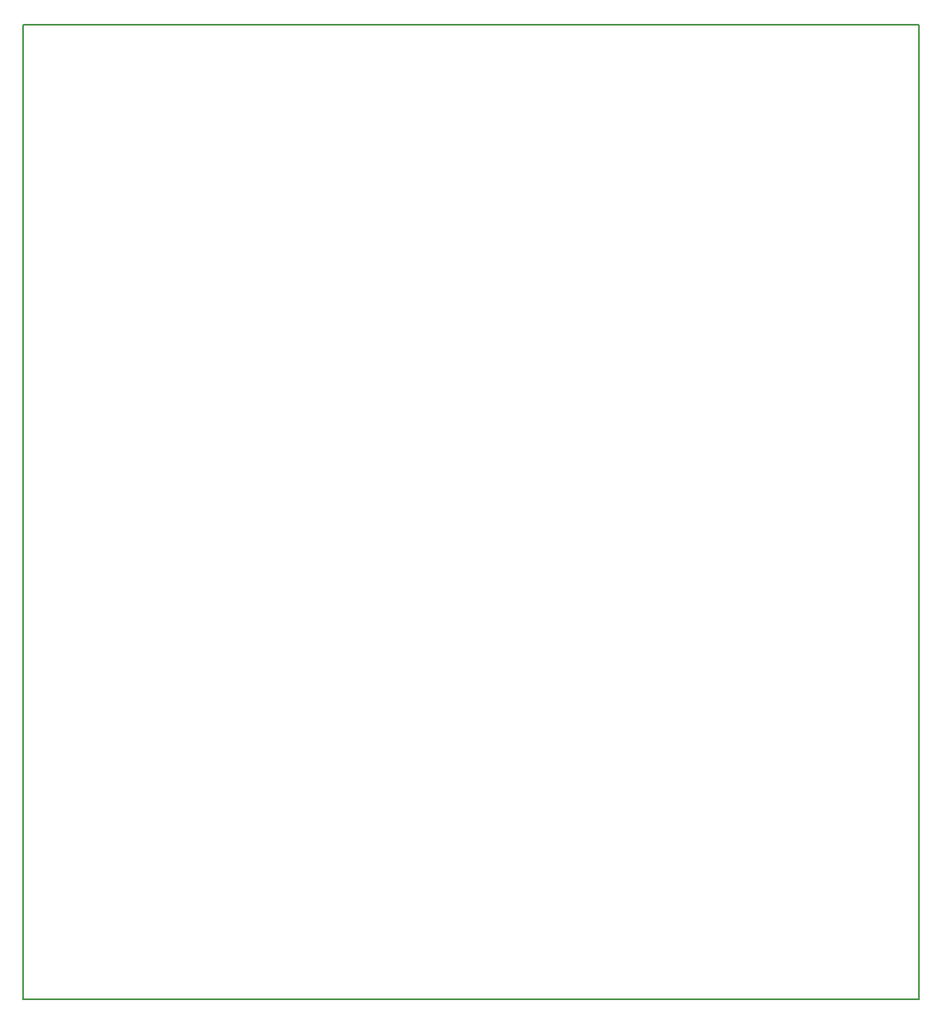
<source format=gbr>
G04 #@! TF.GenerationSoftware,KiCad,Pcbnew,5.0.2-bee76a0~70~ubuntu18.04.1*
G04 #@! TF.CreationDate,2019-12-02T21:24:14-05:00*
G04 #@! TF.ProjectId,control,636f6e74-726f-46c2-9e6b-696361645f70,rev?*
G04 #@! TF.SameCoordinates,Original*
G04 #@! TF.FileFunction,Profile,NP*
%FSLAX46Y46*%
G04 Gerber Fmt 4.6, Leading zero omitted, Abs format (unit mm)*
G04 Created by KiCad (PCBNEW 5.0.2-bee76a0~70~ubuntu18.04.1) date Mon 02 Dec 2019 09:24:14 PM EST*
%MOMM*%
%LPD*%
G01*
G04 APERTURE LIST*
%ADD10C,0.150000*%
G04 APERTURE END LIST*
D10*
X92000000Y0D02*
X0Y0D01*
X92000000Y-100000000D02*
X92000000Y0D01*
X0Y-100000000D02*
X92000000Y-100000000D01*
X0Y0D02*
X0Y-100000000D01*
M02*

</source>
